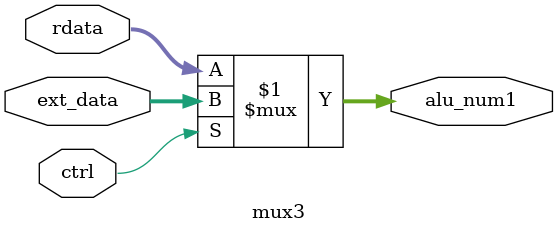
<source format=v>
`timescale 1ns / 1ps

module mux3(
    input ctrl,
    
    input [31:0] ext_data,
    input [31:0] rdata,
    output [31:0] alu_num1
    );
    
    assign alu_num1 = (ctrl) ? ext_data : rdata;
    
endmodule

</source>
